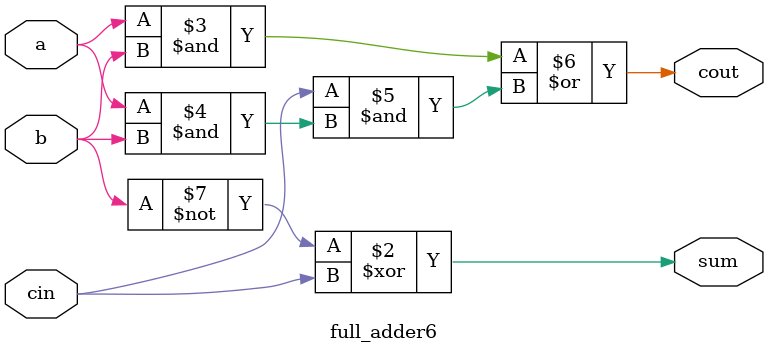
<source format=v>
module full_adder6(a,b,cin,sum,cout);
input a,b,cin;
output sum,cout;
assign sum = 1'b1^b^cin;
assign cout = a&b|cin&(a&b); 
// initial begin
//     $display("The incorrect adder with xor0 having in1/1");
// end   
endmodule
</source>
